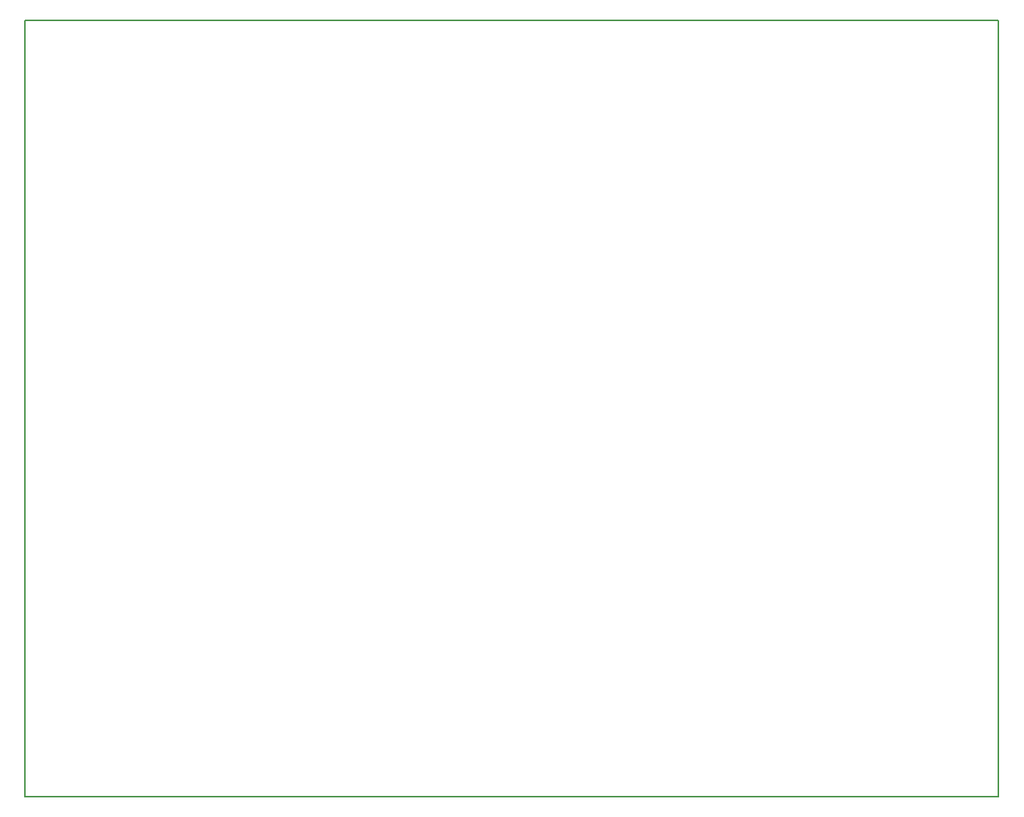
<source format=gbr>
%TF.GenerationSoftware,KiCad,Pcbnew,9.0.0*%
%TF.CreationDate,2025-12-08T09:03:46-03:00*%
%TF.ProjectId,esquematico-superatt,65737175-656d-4617-9469-636f2d737570,rev?*%
%TF.SameCoordinates,Original*%
%TF.FileFunction,Profile,NP*%
%FSLAX46Y46*%
G04 Gerber Fmt 4.6, Leading zero omitted, Abs format (unit mm)*
G04 Created by KiCad (PCBNEW 9.0.0) date 2025-12-08 09:03:46*
%MOMM*%
%LPD*%
G01*
G04 APERTURE LIST*
%TA.AperFunction,Profile*%
%ADD10C,0.200000*%
%TD*%
G04 APERTURE END LIST*
D10*
X88800000Y-54150000D02*
X198000000Y-54150000D01*
X198000000Y-141350000D01*
X88800000Y-141350000D01*
X88800000Y-54150000D01*
M02*

</source>
